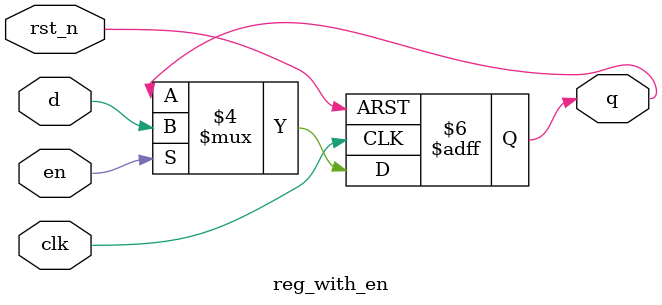
<source format=sv>
module reg_with_en(
    input  logic clk,
    input  logic rst_n,   // 低电平复位
    input  logic en,      // 使能信号
    input  logic d,       // 输入数据
    output logic q        // 输出寄存器
);

    // 时序逻辑：在时钟上升沿或复位沿触发
    always_ff @(posedge clk or negedge rst_n) begin
        if(!rst_n) begin
            q <= 1'b0;        // 复位，把 q 清零
        end
        else if(en) begin
            q <= d;           // 只有 en=1 时才更新 q
        end
        else begin
            q <= q;           // en=0，保持原值（其实这一句可以省略）
        end
    end

endmodule

</source>
